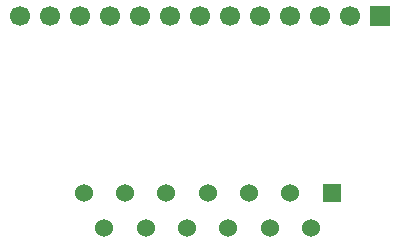
<source format=gbr>
%TF.GenerationSoftware,KiCad,Pcbnew,9.0.7*%
%TF.CreationDate,2026-01-20T10:21:11-06:00*%
%TF.ProjectId,SIO_Breakout,53494f5f-4272-4656-916b-6f75742e6b69,rev?*%
%TF.SameCoordinates,Original*%
%TF.FileFunction,Copper,L2,Bot*%
%TF.FilePolarity,Positive*%
%FSLAX46Y46*%
G04 Gerber Fmt 4.6, Leading zero omitted, Abs format (unit mm)*
G04 Created by KiCad (PCBNEW 9.0.7) date 2026-01-20 10:21:11*
%MOMM*%
%LPD*%
G01*
G04 APERTURE LIST*
%TA.AperFunction,ComponentPad*%
%ADD10R,1.524000X1.524000*%
%TD*%
%TA.AperFunction,ComponentPad*%
%ADD11C,1.524000*%
%TD*%
%TA.AperFunction,ComponentPad*%
%ADD12R,1.700000X1.700000*%
%TD*%
%TA.AperFunction,ComponentPad*%
%ADD13C,1.700000*%
%TD*%
G04 APERTURE END LIST*
D10*
%TO.P,J1,1,Clock_Input*%
%TO.N,Net-(J1-Clock_Input)*%
X151500000Y-116000000D03*
D11*
%TO.P,J1,2,Clock_Output*%
%TO.N,Net-(J1-Clock_Output)*%
X149750000Y-119000000D03*
%TO.P,J1,3,Data_Input*%
%TO.N,Net-(J1-Data_Input)*%
X148000000Y-116000000D03*
%TO.P,J1,4,Ground*%
%TO.N,Net-(J2-Pin_4)*%
X146250000Y-119000000D03*
%TO.P,J1,5,Data_Output*%
%TO.N,Net-(J1-Data_Output)*%
X144500000Y-116000000D03*
%TO.P,J1,6,Ground*%
%TO.N,Net-(J2-Pin_6)*%
X142750000Y-119000000D03*
%TO.P,J1,7,Command*%
%TO.N,Net-(J1-Command)*%
X141000000Y-116000000D03*
%TO.P,J1,8,Motor_Control*%
%TO.N,Net-(J1-Motor_Control)*%
X139250000Y-119000000D03*
%TO.P,J1,9,Proceed*%
%TO.N,Net-(J1-Proceed)*%
X137500000Y-116000000D03*
%TO.P,J1,10,+5V/Ready*%
%TO.N,Net-(J1-+5V{slash}Ready)*%
X135750000Y-119000000D03*
%TO.P,J1,11,Audio_Input*%
%TO.N,Net-(J1-Audio_Input)*%
X134000000Y-116000000D03*
%TO.P,J1,12,+12V*%
%TO.N,Net-(J1-+12V)*%
X132250000Y-119000000D03*
%TO.P,J1,13,Interrupt*%
%TO.N,Net-(J1-Interrupt)*%
X130500000Y-116000000D03*
%TD*%
D12*
%TO.P,J2,1,Pin_1*%
%TO.N,Net-(J1-Clock_Input)*%
X155540000Y-101000000D03*
D13*
%TO.P,J2,2,Pin_2*%
%TO.N,Net-(J1-Clock_Output)*%
X153000000Y-101000000D03*
%TO.P,J2,3,Pin_3*%
%TO.N,Net-(J1-Data_Input)*%
X150460000Y-101000000D03*
%TO.P,J2,4,Pin_4*%
%TO.N,Net-(J2-Pin_4)*%
X147920000Y-101000000D03*
%TO.P,J2,5,Pin_5*%
%TO.N,Net-(J1-Data_Output)*%
X145380000Y-101000000D03*
%TO.P,J2,6,Pin_6*%
%TO.N,Net-(J2-Pin_6)*%
X142840000Y-101000000D03*
%TO.P,J2,7,Pin_7*%
%TO.N,Net-(J1-Command)*%
X140300000Y-101000000D03*
%TO.P,J2,8,Pin_8*%
%TO.N,Net-(J1-Motor_Control)*%
X137760000Y-101000000D03*
%TO.P,J2,9,Pin_9*%
%TO.N,Net-(J1-Proceed)*%
X135220000Y-101000000D03*
%TO.P,J2,10,Pin_10*%
%TO.N,Net-(J1-+5V{slash}Ready)*%
X132680000Y-101000000D03*
%TO.P,J2,11,Pin_11*%
%TO.N,Net-(J1-Audio_Input)*%
X130140000Y-101000000D03*
%TO.P,J2,12,Pin_12*%
%TO.N,Net-(J1-+12V)*%
X127600000Y-101000000D03*
%TO.P,J2,13,Pin_13*%
%TO.N,Net-(J1-Interrupt)*%
X125060000Y-101000000D03*
%TD*%
M02*

</source>
